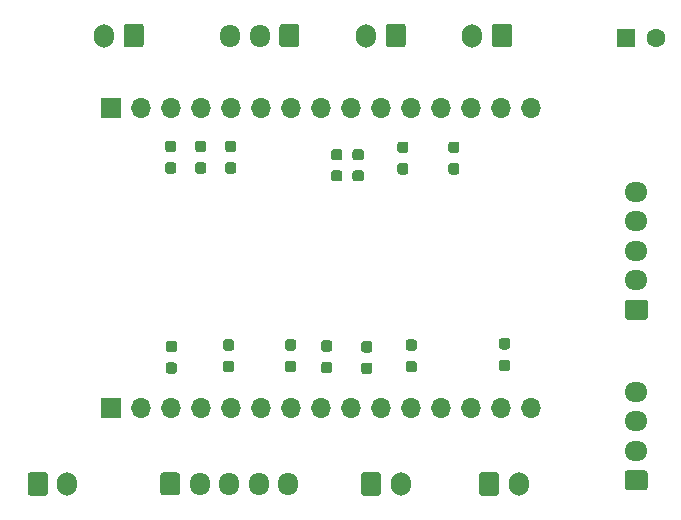
<source format=gbr>
%TF.GenerationSoftware,KiCad,Pcbnew,(5.1.9)-1*%
%TF.CreationDate,2021-02-26T14:18:11+09:00*%
%TF.ProjectId,diesel-heater-esp32,64696573-656c-42d6-9865-617465722d65,rev?*%
%TF.SameCoordinates,Original*%
%TF.FileFunction,Soldermask,Top*%
%TF.FilePolarity,Negative*%
%FSLAX46Y46*%
G04 Gerber Fmt 4.6, Leading zero omitted, Abs format (unit mm)*
G04 Created by KiCad (PCBNEW (5.1.9)-1) date 2021-02-26 14:18:11*
%MOMM*%
%LPD*%
G01*
G04 APERTURE LIST*
%ADD10O,1.700000X2.000000*%
%ADD11O,1.700000X1.950000*%
%ADD12O,1.950000X1.700000*%
%ADD13R,1.600000X1.600000*%
%ADD14C,1.600000*%
%ADD15R,1.700000X1.700000*%
%ADD16O,1.700000X1.700000*%
G04 APERTURE END LIST*
D10*
%TO.C,J1*%
X120520000Y-73780000D03*
G36*
G01*
X123870000Y-73030000D02*
X123870000Y-74530000D01*
G75*
G02*
X123620000Y-74780000I-250000J0D01*
G01*
X122420000Y-74780000D01*
G75*
G02*
X122170000Y-74530000I0J250000D01*
G01*
X122170000Y-73030000D01*
G75*
G02*
X122420000Y-72780000I250000J0D01*
G01*
X123620000Y-72780000D01*
G75*
G02*
X123870000Y-73030000I0J-250000D01*
G01*
G37*
%TD*%
%TO.C,J3*%
G36*
G01*
X137060000Y-73055000D02*
X137060000Y-74505000D01*
G75*
G02*
X136810000Y-74755000I-250000J0D01*
G01*
X135610000Y-74755000D01*
G75*
G02*
X135360000Y-74505000I0J250000D01*
G01*
X135360000Y-73055000D01*
G75*
G02*
X135610000Y-72805000I250000J0D01*
G01*
X136810000Y-72805000D01*
G75*
G02*
X137060000Y-73055000I0J-250000D01*
G01*
G37*
D11*
X133710000Y-73780000D03*
X131210000Y-73780000D03*
%TD*%
D12*
%TO.C,J4*%
X165600000Y-87000000D03*
X165600000Y-89500000D03*
X165600000Y-92000000D03*
X165600000Y-94500000D03*
G36*
G01*
X166325000Y-97850000D02*
X164875000Y-97850000D01*
G75*
G02*
X164625000Y-97600000I0J250000D01*
G01*
X164625000Y-96400000D01*
G75*
G02*
X164875000Y-96150000I250000J0D01*
G01*
X166325000Y-96150000D01*
G75*
G02*
X166575000Y-96400000I0J-250000D01*
G01*
X166575000Y-97600000D01*
G75*
G02*
X166325000Y-97850000I-250000J0D01*
G01*
G37*
%TD*%
%TO.C,J5*%
G36*
G01*
X114060000Y-112500000D02*
X114060000Y-111000000D01*
G75*
G02*
X114310000Y-110750000I250000J0D01*
G01*
X115510000Y-110750000D01*
G75*
G02*
X115760000Y-111000000I0J-250000D01*
G01*
X115760000Y-112500000D01*
G75*
G02*
X115510000Y-112750000I-250000J0D01*
G01*
X114310000Y-112750000D01*
G75*
G02*
X114060000Y-112500000I0J250000D01*
G01*
G37*
D10*
X117410000Y-111750000D03*
%TD*%
%TO.C,J7*%
G36*
G01*
X166305000Y-112300000D02*
X164855000Y-112300000D01*
G75*
G02*
X164605000Y-112050000I0J250000D01*
G01*
X164605000Y-110850000D01*
G75*
G02*
X164855000Y-110600000I250000J0D01*
G01*
X166305000Y-110600000D01*
G75*
G02*
X166555000Y-110850000I0J-250000D01*
G01*
X166555000Y-112050000D01*
G75*
G02*
X166305000Y-112300000I-250000J0D01*
G01*
G37*
D12*
X165580000Y-108950000D03*
X165580000Y-106450000D03*
X165580000Y-103950000D03*
%TD*%
D10*
%TO.C,J8*%
X142710000Y-73780000D03*
G36*
G01*
X146060000Y-73030000D02*
X146060000Y-74530000D01*
G75*
G02*
X145810000Y-74780000I-250000J0D01*
G01*
X144610000Y-74780000D01*
G75*
G02*
X144360000Y-74530000I0J250000D01*
G01*
X144360000Y-73030000D01*
G75*
G02*
X144610000Y-72780000I250000J0D01*
G01*
X145810000Y-72780000D01*
G75*
G02*
X146060000Y-73030000I0J-250000D01*
G01*
G37*
%TD*%
%TO.C,J9*%
G36*
G01*
X155060000Y-73030000D02*
X155060000Y-74530000D01*
G75*
G02*
X154810000Y-74780000I-250000J0D01*
G01*
X153610000Y-74780000D01*
G75*
G02*
X153360000Y-74530000I0J250000D01*
G01*
X153360000Y-73030000D01*
G75*
G02*
X153610000Y-72780000I250000J0D01*
G01*
X154810000Y-72780000D01*
G75*
G02*
X155060000Y-73030000I0J-250000D01*
G01*
G37*
X151710000Y-73780000D03*
%TD*%
%TO.C,J10*%
G36*
G01*
X125270000Y-112475000D02*
X125270000Y-111025000D01*
G75*
G02*
X125520000Y-110775000I250000J0D01*
G01*
X126720000Y-110775000D01*
G75*
G02*
X126970000Y-111025000I0J-250000D01*
G01*
X126970000Y-112475000D01*
G75*
G02*
X126720000Y-112725000I-250000J0D01*
G01*
X125520000Y-112725000D01*
G75*
G02*
X125270000Y-112475000I0J250000D01*
G01*
G37*
D11*
X128620000Y-111750000D03*
X131120000Y-111750000D03*
X133620000Y-111750000D03*
X136120000Y-111750000D03*
%TD*%
D10*
%TO.C,J11*%
X145620000Y-111750000D03*
G36*
G01*
X142270000Y-112500000D02*
X142270000Y-111000000D01*
G75*
G02*
X142520000Y-110750000I250000J0D01*
G01*
X143720000Y-110750000D01*
G75*
G02*
X143970000Y-111000000I0J-250000D01*
G01*
X143970000Y-112500000D01*
G75*
G02*
X143720000Y-112750000I-250000J0D01*
G01*
X142520000Y-112750000D01*
G75*
G02*
X142270000Y-112500000I0J250000D01*
G01*
G37*
%TD*%
%TO.C,J12*%
G36*
G01*
X152270000Y-112500000D02*
X152270000Y-111000000D01*
G75*
G02*
X152520000Y-110750000I250000J0D01*
G01*
X153720000Y-110750000D01*
G75*
G02*
X153970000Y-111000000I0J-250000D01*
G01*
X153970000Y-112500000D01*
G75*
G02*
X153720000Y-112750000I-250000J0D01*
G01*
X152520000Y-112750000D01*
G75*
G02*
X152270000Y-112500000I0J250000D01*
G01*
G37*
X155620000Y-111750000D03*
%TD*%
%TO.C,R1*%
G36*
G01*
X125922500Y-84505000D02*
X126397500Y-84505000D01*
G75*
G02*
X126635000Y-84742500I0J-237500D01*
G01*
X126635000Y-85242500D01*
G75*
G02*
X126397500Y-85480000I-237500J0D01*
G01*
X125922500Y-85480000D01*
G75*
G02*
X125685000Y-85242500I0J237500D01*
G01*
X125685000Y-84742500D01*
G75*
G02*
X125922500Y-84505000I237500J0D01*
G01*
G37*
G36*
G01*
X125922500Y-82680000D02*
X126397500Y-82680000D01*
G75*
G02*
X126635000Y-82917500I0J-237500D01*
G01*
X126635000Y-83417500D01*
G75*
G02*
X126397500Y-83655000I-237500J0D01*
G01*
X125922500Y-83655000D01*
G75*
G02*
X125685000Y-83417500I0J237500D01*
G01*
X125685000Y-82917500D01*
G75*
G02*
X125922500Y-82680000I237500J0D01*
G01*
G37*
%TD*%
%TO.C,R2*%
G36*
G01*
X128462500Y-82680000D02*
X128937500Y-82680000D01*
G75*
G02*
X129175000Y-82917500I0J-237500D01*
G01*
X129175000Y-83417500D01*
G75*
G02*
X128937500Y-83655000I-237500J0D01*
G01*
X128462500Y-83655000D01*
G75*
G02*
X128225000Y-83417500I0J237500D01*
G01*
X128225000Y-82917500D01*
G75*
G02*
X128462500Y-82680000I237500J0D01*
G01*
G37*
G36*
G01*
X128462500Y-84505000D02*
X128937500Y-84505000D01*
G75*
G02*
X129175000Y-84742500I0J-237500D01*
G01*
X129175000Y-85242500D01*
G75*
G02*
X128937500Y-85480000I-237500J0D01*
G01*
X128462500Y-85480000D01*
G75*
G02*
X128225000Y-85242500I0J237500D01*
G01*
X128225000Y-84742500D01*
G75*
G02*
X128462500Y-84505000I237500J0D01*
G01*
G37*
%TD*%
%TO.C,R3*%
G36*
G01*
X131002500Y-84505000D02*
X131477500Y-84505000D01*
G75*
G02*
X131715000Y-84742500I0J-237500D01*
G01*
X131715000Y-85242500D01*
G75*
G02*
X131477500Y-85480000I-237500J0D01*
G01*
X131002500Y-85480000D01*
G75*
G02*
X130765000Y-85242500I0J237500D01*
G01*
X130765000Y-84742500D01*
G75*
G02*
X131002500Y-84505000I237500J0D01*
G01*
G37*
G36*
G01*
X131002500Y-82680000D02*
X131477500Y-82680000D01*
G75*
G02*
X131715000Y-82917500I0J-237500D01*
G01*
X131715000Y-83417500D01*
G75*
G02*
X131477500Y-83655000I-237500J0D01*
G01*
X131002500Y-83655000D01*
G75*
G02*
X130765000Y-83417500I0J237500D01*
G01*
X130765000Y-82917500D01*
G75*
G02*
X131002500Y-82680000I237500J0D01*
G01*
G37*
%TD*%
%TO.C,R4*%
G36*
G01*
X131297500Y-102300000D02*
X130822500Y-102300000D01*
G75*
G02*
X130585000Y-102062500I0J237500D01*
G01*
X130585000Y-101562500D01*
G75*
G02*
X130822500Y-101325000I237500J0D01*
G01*
X131297500Y-101325000D01*
G75*
G02*
X131535000Y-101562500I0J-237500D01*
G01*
X131535000Y-102062500D01*
G75*
G02*
X131297500Y-102300000I-237500J0D01*
G01*
G37*
G36*
G01*
X131297500Y-100475000D02*
X130822500Y-100475000D01*
G75*
G02*
X130585000Y-100237500I0J237500D01*
G01*
X130585000Y-99737500D01*
G75*
G02*
X130822500Y-99500000I237500J0D01*
G01*
X131297500Y-99500000D01*
G75*
G02*
X131535000Y-99737500I0J-237500D01*
G01*
X131535000Y-100237500D01*
G75*
G02*
X131297500Y-100475000I-237500J0D01*
G01*
G37*
%TD*%
%TO.C,R5*%
G36*
G01*
X141555000Y-84107500D02*
X141555000Y-83632500D01*
G75*
G02*
X141792500Y-83395000I237500J0D01*
G01*
X142292500Y-83395000D01*
G75*
G02*
X142530000Y-83632500I0J-237500D01*
G01*
X142530000Y-84107500D01*
G75*
G02*
X142292500Y-84345000I-237500J0D01*
G01*
X141792500Y-84345000D01*
G75*
G02*
X141555000Y-84107500I0J237500D01*
G01*
G37*
G36*
G01*
X139730000Y-84107500D02*
X139730000Y-83632500D01*
G75*
G02*
X139967500Y-83395000I237500J0D01*
G01*
X140467500Y-83395000D01*
G75*
G02*
X140705000Y-83632500I0J-237500D01*
G01*
X140705000Y-84107500D01*
G75*
G02*
X140467500Y-84345000I-237500J0D01*
G01*
X139967500Y-84345000D01*
G75*
G02*
X139730000Y-84107500I0J237500D01*
G01*
G37*
%TD*%
%TO.C,R6*%
G36*
G01*
X142530000Y-85422500D02*
X142530000Y-85897500D01*
G75*
G02*
X142292500Y-86135000I-237500J0D01*
G01*
X141792500Y-86135000D01*
G75*
G02*
X141555000Y-85897500I0J237500D01*
G01*
X141555000Y-85422500D01*
G75*
G02*
X141792500Y-85185000I237500J0D01*
G01*
X142292500Y-85185000D01*
G75*
G02*
X142530000Y-85422500I0J-237500D01*
G01*
G37*
G36*
G01*
X140705000Y-85422500D02*
X140705000Y-85897500D01*
G75*
G02*
X140467500Y-86135000I-237500J0D01*
G01*
X139967500Y-86135000D01*
G75*
G02*
X139730000Y-85897500I0J237500D01*
G01*
X139730000Y-85422500D01*
G75*
G02*
X139967500Y-85185000I237500J0D01*
G01*
X140467500Y-85185000D01*
G75*
G02*
X140705000Y-85422500I0J-237500D01*
G01*
G37*
%TD*%
%TO.C,R7*%
G36*
G01*
X154192500Y-101215000D02*
X154667500Y-101215000D01*
G75*
G02*
X154905000Y-101452500I0J-237500D01*
G01*
X154905000Y-101952500D01*
G75*
G02*
X154667500Y-102190000I-237500J0D01*
G01*
X154192500Y-102190000D01*
G75*
G02*
X153955000Y-101952500I0J237500D01*
G01*
X153955000Y-101452500D01*
G75*
G02*
X154192500Y-101215000I237500J0D01*
G01*
G37*
G36*
G01*
X154192500Y-99390000D02*
X154667500Y-99390000D01*
G75*
G02*
X154905000Y-99627500I0J-237500D01*
G01*
X154905000Y-100127500D01*
G75*
G02*
X154667500Y-100365000I-237500J0D01*
G01*
X154192500Y-100365000D01*
G75*
G02*
X153955000Y-100127500I0J237500D01*
G01*
X153955000Y-99627500D01*
G75*
G02*
X154192500Y-99390000I237500J0D01*
G01*
G37*
%TD*%
%TO.C,R8*%
G36*
G01*
X146302500Y-101335000D02*
X146777500Y-101335000D01*
G75*
G02*
X147015000Y-101572500I0J-237500D01*
G01*
X147015000Y-102072500D01*
G75*
G02*
X146777500Y-102310000I-237500J0D01*
G01*
X146302500Y-102310000D01*
G75*
G02*
X146065000Y-102072500I0J237500D01*
G01*
X146065000Y-101572500D01*
G75*
G02*
X146302500Y-101335000I237500J0D01*
G01*
G37*
G36*
G01*
X146302500Y-99510000D02*
X146777500Y-99510000D01*
G75*
G02*
X147015000Y-99747500I0J-237500D01*
G01*
X147015000Y-100247500D01*
G75*
G02*
X146777500Y-100485000I-237500J0D01*
G01*
X146302500Y-100485000D01*
G75*
G02*
X146065000Y-100247500I0J237500D01*
G01*
X146065000Y-99747500D01*
G75*
G02*
X146302500Y-99510000I237500J0D01*
G01*
G37*
%TD*%
%TO.C,R9*%
G36*
G01*
X145582500Y-82760000D02*
X146057500Y-82760000D01*
G75*
G02*
X146295000Y-82997500I0J-237500D01*
G01*
X146295000Y-83497500D01*
G75*
G02*
X146057500Y-83735000I-237500J0D01*
G01*
X145582500Y-83735000D01*
G75*
G02*
X145345000Y-83497500I0J237500D01*
G01*
X145345000Y-82997500D01*
G75*
G02*
X145582500Y-82760000I237500J0D01*
G01*
G37*
G36*
G01*
X145582500Y-84585000D02*
X146057500Y-84585000D01*
G75*
G02*
X146295000Y-84822500I0J-237500D01*
G01*
X146295000Y-85322500D01*
G75*
G02*
X146057500Y-85560000I-237500J0D01*
G01*
X145582500Y-85560000D01*
G75*
G02*
X145345000Y-85322500I0J237500D01*
G01*
X145345000Y-84822500D01*
G75*
G02*
X145582500Y-84585000I237500J0D01*
G01*
G37*
%TD*%
%TO.C,R10*%
G36*
G01*
X149902500Y-84585000D02*
X150377500Y-84585000D01*
G75*
G02*
X150615000Y-84822500I0J-237500D01*
G01*
X150615000Y-85322500D01*
G75*
G02*
X150377500Y-85560000I-237500J0D01*
G01*
X149902500Y-85560000D01*
G75*
G02*
X149665000Y-85322500I0J237500D01*
G01*
X149665000Y-84822500D01*
G75*
G02*
X149902500Y-84585000I237500J0D01*
G01*
G37*
G36*
G01*
X149902500Y-82760000D02*
X150377500Y-82760000D01*
G75*
G02*
X150615000Y-82997500I0J-237500D01*
G01*
X150615000Y-83497500D01*
G75*
G02*
X150377500Y-83735000I-237500J0D01*
G01*
X149902500Y-83735000D01*
G75*
G02*
X149665000Y-83497500I0J237500D01*
G01*
X149665000Y-82997500D01*
G75*
G02*
X149902500Y-82760000I237500J0D01*
G01*
G37*
%TD*%
%TO.C,R11*%
G36*
G01*
X142997500Y-102450000D02*
X142522500Y-102450000D01*
G75*
G02*
X142285000Y-102212500I0J237500D01*
G01*
X142285000Y-101712500D01*
G75*
G02*
X142522500Y-101475000I237500J0D01*
G01*
X142997500Y-101475000D01*
G75*
G02*
X143235000Y-101712500I0J-237500D01*
G01*
X143235000Y-102212500D01*
G75*
G02*
X142997500Y-102450000I-237500J0D01*
G01*
G37*
G36*
G01*
X142997500Y-100625000D02*
X142522500Y-100625000D01*
G75*
G02*
X142285000Y-100387500I0J237500D01*
G01*
X142285000Y-99887500D01*
G75*
G02*
X142522500Y-99650000I237500J0D01*
G01*
X142997500Y-99650000D01*
G75*
G02*
X143235000Y-99887500I0J-237500D01*
G01*
X143235000Y-100387500D01*
G75*
G02*
X142997500Y-100625000I-237500J0D01*
G01*
G37*
%TD*%
%TO.C,R12*%
G36*
G01*
X136547500Y-102290000D02*
X136072500Y-102290000D01*
G75*
G02*
X135835000Y-102052500I0J237500D01*
G01*
X135835000Y-101552500D01*
G75*
G02*
X136072500Y-101315000I237500J0D01*
G01*
X136547500Y-101315000D01*
G75*
G02*
X136785000Y-101552500I0J-237500D01*
G01*
X136785000Y-102052500D01*
G75*
G02*
X136547500Y-102290000I-237500J0D01*
G01*
G37*
G36*
G01*
X136547500Y-100465000D02*
X136072500Y-100465000D01*
G75*
G02*
X135835000Y-100227500I0J237500D01*
G01*
X135835000Y-99727500D01*
G75*
G02*
X136072500Y-99490000I237500J0D01*
G01*
X136547500Y-99490000D01*
G75*
G02*
X136785000Y-99727500I0J-237500D01*
G01*
X136785000Y-100227500D01*
G75*
G02*
X136547500Y-100465000I-237500J0D01*
G01*
G37*
%TD*%
%TO.C,R13*%
G36*
G01*
X139607500Y-102380000D02*
X139132500Y-102380000D01*
G75*
G02*
X138895000Y-102142500I0J237500D01*
G01*
X138895000Y-101642500D01*
G75*
G02*
X139132500Y-101405000I237500J0D01*
G01*
X139607500Y-101405000D01*
G75*
G02*
X139845000Y-101642500I0J-237500D01*
G01*
X139845000Y-102142500D01*
G75*
G02*
X139607500Y-102380000I-237500J0D01*
G01*
G37*
G36*
G01*
X139607500Y-100555000D02*
X139132500Y-100555000D01*
G75*
G02*
X138895000Y-100317500I0J237500D01*
G01*
X138895000Y-99817500D01*
G75*
G02*
X139132500Y-99580000I237500J0D01*
G01*
X139607500Y-99580000D01*
G75*
G02*
X139845000Y-99817500I0J-237500D01*
G01*
X139845000Y-100317500D01*
G75*
G02*
X139607500Y-100555000I-237500J0D01*
G01*
G37*
%TD*%
%TO.C,R14*%
G36*
G01*
X126457500Y-100605000D02*
X125982500Y-100605000D01*
G75*
G02*
X125745000Y-100367500I0J237500D01*
G01*
X125745000Y-99867500D01*
G75*
G02*
X125982500Y-99630000I237500J0D01*
G01*
X126457500Y-99630000D01*
G75*
G02*
X126695000Y-99867500I0J-237500D01*
G01*
X126695000Y-100367500D01*
G75*
G02*
X126457500Y-100605000I-237500J0D01*
G01*
G37*
G36*
G01*
X126457500Y-102430000D02*
X125982500Y-102430000D01*
G75*
G02*
X125745000Y-102192500I0J237500D01*
G01*
X125745000Y-101692500D01*
G75*
G02*
X125982500Y-101455000I237500J0D01*
G01*
X126457500Y-101455000D01*
G75*
G02*
X126695000Y-101692500I0J-237500D01*
G01*
X126695000Y-102192500D01*
G75*
G02*
X126457500Y-102430000I-237500J0D01*
G01*
G37*
%TD*%
D13*
%TO.C,C1*%
X164730000Y-73970000D03*
D14*
X167230000Y-73970000D03*
%TD*%
D15*
%TO.C,J2*%
X121070000Y-79910000D03*
D16*
X123610000Y-79910000D03*
X126150000Y-79910000D03*
X128690000Y-79910000D03*
X131230000Y-79910000D03*
X133770000Y-79910000D03*
X136310000Y-79910000D03*
X138850000Y-79910000D03*
X141390000Y-79910000D03*
X143930000Y-79910000D03*
X146470000Y-79910000D03*
X149010000Y-79910000D03*
X151550000Y-79910000D03*
X154090000Y-79910000D03*
X156630000Y-79910000D03*
%TD*%
%TO.C,J6*%
X156630000Y-105310000D03*
X154090000Y-105310000D03*
X151550000Y-105310000D03*
X149010000Y-105310000D03*
X146470000Y-105310000D03*
X143930000Y-105310000D03*
X141390000Y-105310000D03*
X138850000Y-105310000D03*
X136310000Y-105310000D03*
X133770000Y-105310000D03*
X131230000Y-105310000D03*
X128690000Y-105310000D03*
X126150000Y-105310000D03*
X123610000Y-105310000D03*
D15*
X121070000Y-105310000D03*
%TD*%
M02*

</source>
